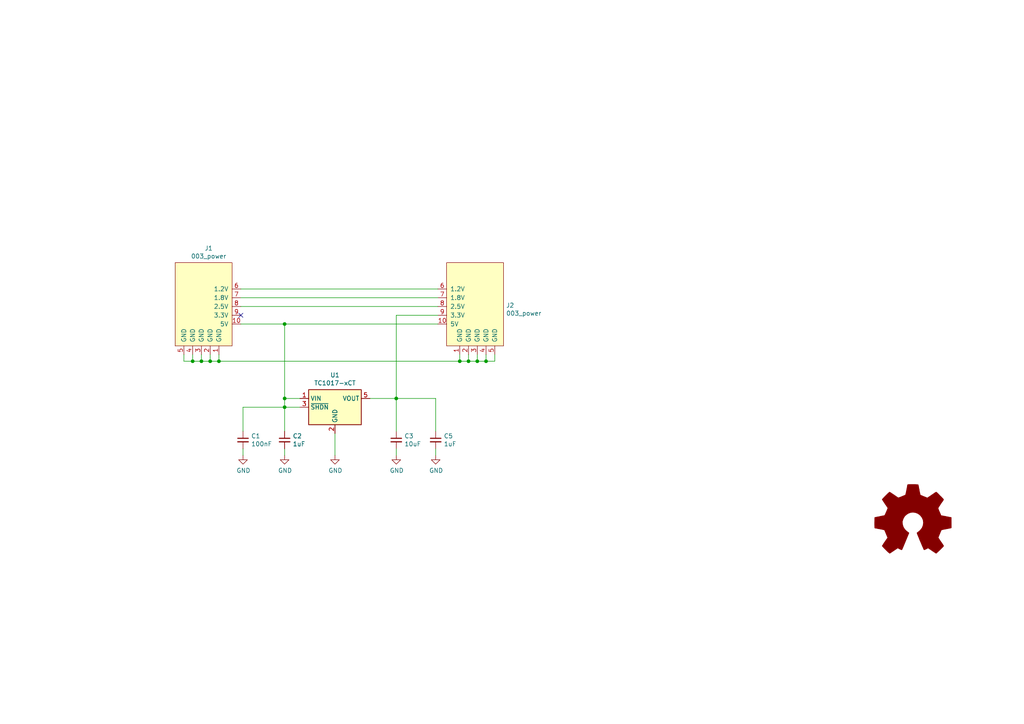
<source format=kicad_sch>
(kicad_sch (version 20211123) (generator eeschema)

  (uuid 29256b3d-9450-4c0a-a4d4-911f04b9c140)

  (paper "A4")

  (lib_symbols
    (symbol "Device:C_Small" (pin_numbers hide) (pin_names (offset 0.254) hide) (in_bom yes) (on_board yes)
      (property "Reference" "C" (id 0) (at 0.254 1.778 0)
        (effects (font (size 1.27 1.27)) (justify left))
      )
      (property "Value" "C_Small" (id 1) (at 0.254 -2.032 0)
        (effects (font (size 1.27 1.27)) (justify left))
      )
      (property "Footprint" "" (id 2) (at 0 0 0)
        (effects (font (size 1.27 1.27)) hide)
      )
      (property "Datasheet" "~" (id 3) (at 0 0 0)
        (effects (font (size 1.27 1.27)) hide)
      )
      (property "ki_keywords" "capacitor cap" (id 4) (at 0 0 0)
        (effects (font (size 1.27 1.27)) hide)
      )
      (property "ki_description" "Unpolarized capacitor, small symbol" (id 5) (at 0 0 0)
        (effects (font (size 1.27 1.27)) hide)
      )
      (property "ki_fp_filters" "C_*" (id 6) (at 0 0 0)
        (effects (font (size 1.27 1.27)) hide)
      )
      (symbol "C_Small_0_1"
        (polyline
          (pts
            (xy -1.524 -0.508)
            (xy 1.524 -0.508)
          )
          (stroke (width 0.3302) (type default) (color 0 0 0 0))
          (fill (type none))
        )
        (polyline
          (pts
            (xy -1.524 0.508)
            (xy 1.524 0.508)
          )
          (stroke (width 0.3048) (type default) (color 0 0 0 0))
          (fill (type none))
        )
      )
      (symbol "C_Small_1_1"
        (pin passive line (at 0 2.54 270) (length 2.032)
          (name "~" (effects (font (size 1.27 1.27))))
          (number "1" (effects (font (size 1.27 1.27))))
        )
        (pin passive line (at 0 -2.54 90) (length 2.032)
          (name "~" (effects (font (size 1.27 1.27))))
          (number "2" (effects (font (size 1.27 1.27))))
        )
      )
    )
    (symbol "Graphic:Logo_Open_Hardware_Large" (pin_names (offset 1.016)) (in_bom yes) (on_board yes)
      (property "Reference" "#LOGO" (id 0) (at 0 12.7 0)
        (effects (font (size 1.27 1.27)) hide)
      )
      (property "Value" "Logo_Open_Hardware_Large" (id 1) (at 0 -10.16 0)
        (effects (font (size 1.27 1.27)) hide)
      )
      (property "Footprint" "" (id 2) (at 0 0 0)
        (effects (font (size 1.27 1.27)) hide)
      )
      (property "Datasheet" "~" (id 3) (at 0 0 0)
        (effects (font (size 1.27 1.27)) hide)
      )
      (property "ki_keywords" "Logo" (id 4) (at 0 0 0)
        (effects (font (size 1.27 1.27)) hide)
      )
      (property "ki_description" "Open Hardware logo, large" (id 5) (at 0 0 0)
        (effects (font (size 1.27 1.27)) hide)
      )
      (symbol "Logo_Open_Hardware_Large_1_1"
        (polyline
          (pts
            (xy 6.731 -8.7122)
            (xy 6.6294 -8.6614)
            (xy 6.35 -8.4836)
            (xy 5.9944 -8.255)
            (xy 5.5372 -7.9502)
            (xy 5.1054 -7.6454)
            (xy 4.7498 -7.4168)
            (xy 4.4958 -7.239)
            (xy 4.3942 -7.1882)
            (xy 4.318 -7.2136)
            (xy 4.1148 -7.3152)
            (xy 3.81 -7.4676)
            (xy 3.6322 -7.5692)
            (xy 3.3528 -7.6708)
            (xy 3.2258 -7.6962)
            (xy 3.2004 -7.6708)
            (xy 3.0988 -7.4676)
            (xy 2.9464 -7.0866)
            (xy 2.7178 -6.604)
            (xy 2.4892 -6.0452)
            (xy 2.2352 -5.4356)
            (xy 1.9558 -4.826)
            (xy 1.7272 -4.2164)
            (xy 1.4986 -3.683)
            (xy 1.3208 -3.2512)
            (xy 1.2192 -2.9464)
            (xy 1.1684 -2.8194)
            (xy 1.1938 -2.794)
            (xy 1.3208 -2.667)
            (xy 1.5748 -2.4892)
            (xy 2.0828 -2.0574)
            (xy 2.6162 -1.397)
            (xy 2.921 -0.6604)
            (xy 3.048 0.1524)
            (xy 2.9464 0.9144)
            (xy 2.6416 1.6256)
            (xy 2.1336 2.286)
            (xy 1.524 2.7686)
            (xy 0.8128 3.0734)
            (xy 0 3.175)
            (xy -0.762 3.0988)
            (xy -1.4986 2.794)
            (xy -2.159 2.286)
            (xy -2.4384 1.9812)
            (xy -2.8194 1.3208)
            (xy -3.048 0.6096)
            (xy -3.0734 0.4318)
            (xy -3.0226 -0.3556)
            (xy -2.794 -1.0922)
            (xy -2.3876 -1.7526)
            (xy -1.8288 -2.3114)
            (xy -1.7526 -2.3622)
            (xy -1.4732 -2.5654)
            (xy -1.2954 -2.6924)
            (xy -1.1684 -2.8194)
            (xy -2.159 -5.207)
            (xy -2.3114 -5.588)
            (xy -2.5908 -6.2484)
            (xy -2.8194 -6.8072)
            (xy -3.0226 -7.2644)
            (xy -3.1496 -7.5692)
            (xy -3.2258 -7.6708)
            (xy -3.2258 -7.6962)
            (xy -3.302 -7.6962)
            (xy -3.4798 -7.6454)
            (xy -3.8354 -7.4676)
            (xy -4.0386 -7.366)
            (xy -4.2926 -7.239)
            (xy -4.4196 -7.1882)
            (xy -4.5212 -7.239)
            (xy -4.7498 -7.3914)
            (xy -5.1054 -7.6454)
            (xy -5.5372 -7.9248)
            (xy -5.9436 -8.2042)
            (xy -6.3246 -8.4582)
            (xy -6.604 -8.636)
            (xy -6.731 -8.7122)
            (xy -6.7564 -8.7122)
            (xy -6.858 -8.636)
            (xy -7.0866 -8.4582)
            (xy -7.4168 -8.1534)
            (xy -7.874 -7.6962)
            (xy -7.9502 -7.62)
            (xy -8.3312 -7.239)
            (xy -8.636 -6.9088)
            (xy -8.8392 -6.6802)
            (xy -8.9154 -6.5786)
            (xy -8.9154 -6.5786)
            (xy -8.8392 -6.4516)
            (xy -8.6614 -6.1722)
            (xy -8.4328 -5.7912)
            (xy -8.128 -5.3594)
            (xy -7.3152 -4.191)
            (xy -7.7724 -3.0988)
            (xy -7.8994 -2.7686)
            (xy -8.0772 -2.3622)
            (xy -8.2042 -2.0828)
            (xy -8.255 -1.9558)
            (xy -8.382 -1.905)
            (xy -8.6614 -1.8542)
            (xy -9.0932 -1.7526)
            (xy -9.6266 -1.651)
            (xy -10.1092 -1.5748)
            (xy -10.541 -1.4732)
            (xy -10.8712 -1.4224)
            (xy -11.0236 -1.397)
            (xy -11.049 -1.3716)
            (xy -11.0744 -1.2954)
            (xy -11.0998 -1.143)
            (xy -11.0998 -0.889)
            (xy -11.1252 -0.4572)
            (xy -11.1252 0.1524)
            (xy -11.1252 0.2286)
            (xy -11.0998 0.8128)
            (xy -11.0998 1.27)
            (xy -11.0744 1.5494)
            (xy -11.0744 1.6764)
            (xy -11.0744 1.6764)
            (xy -10.922 1.7018)
            (xy -10.6172 1.778)
            (xy -10.16 1.8542)
            (xy -9.652 1.9558)
            (xy -9.6012 1.9812)
            (xy -9.0932 2.0828)
            (xy -8.636 2.159)
            (xy -8.3312 2.2352)
            (xy -8.2042 2.286)
            (xy -8.1788 2.3114)
            (xy -8.0772 2.5146)
            (xy -7.9248 2.8448)
            (xy -7.747 3.2512)
            (xy -7.5692 3.6576)
            (xy -7.4168 4.0386)
            (xy -7.3152 4.318)
            (xy -7.2898 4.445)
            (xy -7.2898 4.445)
            (xy -7.366 4.572)
            (xy -7.5438 4.826)
            (xy -7.7978 5.207)
            (xy -8.128 5.6642)
            (xy -8.128 5.6896)
            (xy -8.4328 6.1468)
            (xy -8.6868 6.5278)
            (xy -8.8392 6.7818)
            (xy -8.9154 6.9088)
            (xy -8.9154 6.9088)
            (xy -8.8138 7.0358)
            (xy -8.5852 7.2898)
            (xy -8.255 7.6454)
            (xy -7.874 8.0264)
            (xy -7.747 8.1534)
            (xy -7.3152 8.5852)
            (xy -7.0104 8.8646)
            (xy -6.8326 8.9916)
            (xy -6.731 9.0424)
            (xy -6.731 9.0424)
            (xy -6.604 8.9408)
            (xy -6.3246 8.763)
            (xy -5.9436 8.509)
            (xy -5.4864 8.2042)
            (xy -5.461 8.1788)
            (xy -5.0038 7.874)
            (xy -4.6482 7.62)
            (xy -4.3688 7.4422)
            (xy -4.2672 7.3914)
            (xy -4.2418 7.3914)
            (xy -4.064 7.4422)
            (xy -3.7338 7.5438)
            (xy -3.3528 7.6962)
            (xy -2.9464 7.874)
            (xy -2.5654 8.0264)
            (xy -2.286 8.1534)
            (xy -2.159 8.2296)
            (xy -2.159 8.2296)
            (xy -2.1082 8.382)
            (xy -2.032 8.7122)
            (xy -1.9304 9.1694)
            (xy -1.8288 9.7282)
            (xy -1.8034 9.8044)
            (xy -1.7018 10.3378)
            (xy -1.6256 10.7696)
            (xy -1.5748 11.0744)
            (xy -1.524 11.2014)
            (xy -1.4478 11.2268)
            (xy -1.1938 11.2522)
            (xy -0.8128 11.2522)
            (xy -0.3302 11.2522)
            (xy 0.1524 11.2522)
            (xy 0.6604 11.2522)
            (xy 1.0668 11.2268)
            (xy 1.3716 11.2014)
            (xy 1.4986 11.176)
            (xy 1.4986 11.176)
            (xy 1.5494 11.0236)
            (xy 1.6256 10.6934)
            (xy 1.7018 10.2108)
            (xy 1.8288 9.6774)
            (xy 1.8288 9.5758)
            (xy 1.9304 9.0424)
            (xy 2.032 8.6106)
            (xy 2.0828 8.3058)
            (xy 2.1336 8.2042)
            (xy 2.159 8.1788)
            (xy 2.3876 8.0772)
            (xy 2.7432 7.9248)
            (xy 3.175 7.747)
            (xy 4.191 7.3406)
            (xy 5.461 8.2042)
            (xy 5.5626 8.2804)
            (xy 6.0198 8.5852)
            (xy 6.3754 8.8392)
            (xy 6.6294 8.9916)
            (xy 6.7564 9.0424)
            (xy 6.7564 9.0424)
            (xy 6.8834 8.9408)
            (xy 7.1374 8.7122)
            (xy 7.4676 8.382)
            (xy 7.8486 7.9756)
            (xy 8.1534 7.6962)
            (xy 8.4836 7.3406)
            (xy 8.7122 7.112)
            (xy 8.8392 6.9596)
            (xy 8.8646 6.858)
            (xy 8.8646 6.8072)
            (xy 8.7884 6.6802)
            (xy 8.6106 6.4008)
            (xy 8.3312 6.0198)
            (xy 8.0264 5.588)
            (xy 7.7978 5.207)
            (xy 7.5184 4.8006)
            (xy 7.3406 4.4958)
            (xy 7.2898 4.3434)
            (xy 7.2898 4.2926)
            (xy 7.3914 4.0386)
            (xy 7.5184 3.683)
            (xy 7.7216 3.2258)
            (xy 8.1534 2.2352)
            (xy 8.7884 2.1082)
            (xy 9.1948 2.0574)
            (xy 9.7536 1.9304)
            (xy 10.2616 1.8288)
            (xy 11.0998 1.6764)
            (xy 11.1252 -1.3208)
            (xy 10.9982 -1.3716)
            (xy 10.8712 -1.397)
            (xy 10.5664 -1.4732)
            (xy 10.1346 -1.5494)
            (xy 9.6266 -1.651)
            (xy 9.1948 -1.7272)
            (xy 8.7376 -1.8288)
            (xy 8.4328 -1.8796)
            (xy 8.2804 -1.905)
            (xy 8.255 -1.9558)
            (xy 8.1534 -2.159)
            (xy 7.9756 -2.5146)
            (xy 7.8232 -2.921)
            (xy 7.6454 -3.3274)
            (xy 7.493 -3.7338)
            (xy 7.366 -4.0132)
            (xy 7.3406 -4.191)
            (xy 7.3914 -4.2926)
            (xy 7.5692 -4.5466)
            (xy 7.7978 -4.9276)
            (xy 8.1026 -5.3594)
            (xy 8.4074 -5.7912)
            (xy 8.6614 -6.1722)
            (xy 8.8138 -6.4262)
            (xy 8.89 -6.5532)
            (xy 8.8646 -6.6548)
            (xy 8.6868 -6.858)
            (xy 8.3566 -7.1882)
            (xy 7.874 -7.6708)
            (xy 7.7978 -7.747)
            (xy 7.3914 -8.128)
            (xy 7.0612 -8.4328)
            (xy 6.8326 -8.636)
            (xy 6.731 -8.7122)
          )
          (stroke (width 0) (type default) (color 0 0 0 0))
          (fill (type outline))
        )
      )
    )
    (symbol "Regulator_Linear:TC1017-xCT" (in_bom yes) (on_board yes)
      (property "Reference" "U" (id 0) (at -6.35 6.35 0)
        (effects (font (size 1.27 1.27)) (justify left))
      )
      (property "Value" "TC1017-xCT" (id 1) (at 0 6.35 0)
        (effects (font (size 1.27 1.27)) (justify left))
      )
      (property "Footprint" "Package_TO_SOT_SMD:SOT-23-5" (id 2) (at -6.35 8.89 0)
        (effects (font (size 1.27 1.27) italic) (justify left) hide)
      )
      (property "Datasheet" "http://ww1.microchip.com/downloads/en/DeviceDoc/21813F.pdf" (id 3) (at 0 -2.54 0)
        (effects (font (size 1.27 1.27)) hide)
      )
      (property "ki_keywords" "LDO Linear Voltage Regulator" (id 4) (at 0 0 0)
        (effects (font (size 1.27 1.27)) hide)
      )
      (property "ki_description" "150mA, Tiny CMOS LDO With Shutdown, SOT-23-5" (id 5) (at 0 0 0)
        (effects (font (size 1.27 1.27)) hide)
      )
      (property "ki_fp_filters" "SOT?23*" (id 6) (at 0 0 0)
        (effects (font (size 1.27 1.27)) hide)
      )
      (symbol "TC1017-xCT_0_1"
        (rectangle (start -7.62 5.08) (end 7.62 -5.08)
          (stroke (width 0.254) (type default) (color 0 0 0 0))
          (fill (type background))
        )
      )
      (symbol "TC1017-xCT_1_1"
        (pin power_in line (at -10.16 2.54 0) (length 2.54)
          (name "VIN" (effects (font (size 1.27 1.27))))
          (number "1" (effects (font (size 1.27 1.27))))
        )
        (pin power_in line (at 0 -7.62 90) (length 2.54)
          (name "GND" (effects (font (size 1.27 1.27))))
          (number "2" (effects (font (size 1.27 1.27))))
        )
        (pin input line (at -10.16 0 0) (length 2.54)
          (name "~{SHDN}" (effects (font (size 1.27 1.27))))
          (number "3" (effects (font (size 1.27 1.27))))
        )
        (pin no_connect line (at 7.62 0 180) (length 2.54) hide
          (name "NC" (effects (font (size 1.27 1.27))))
          (number "4" (effects (font (size 1.27 1.27))))
        )
        (pin power_out line (at 10.16 2.54 180) (length 2.54)
          (name "VOUT" (effects (font (size 1.27 1.27))))
          (number "5" (effects (font (size 1.27 1.27))))
        )
      )
    )
    (symbol "power:GND" (power) (pin_names (offset 0)) (in_bom yes) (on_board yes)
      (property "Reference" "#PWR" (id 0) (at 0 -6.35 0)
        (effects (font (size 1.27 1.27)) hide)
      )
      (property "Value" "GND" (id 1) (at 0 -3.81 0)
        (effects (font (size 1.27 1.27)))
      )
      (property "Footprint" "" (id 2) (at 0 0 0)
        (effects (font (size 1.27 1.27)) hide)
      )
      (property "Datasheet" "" (id 3) (at 0 0 0)
        (effects (font (size 1.27 1.27)) hide)
      )
      (property "ki_keywords" "power-flag" (id 4) (at 0 0 0)
        (effects (font (size 1.27 1.27)) hide)
      )
      (property "ki_description" "Power symbol creates a global label with name \"GND\" , ground" (id 5) (at 0 0 0)
        (effects (font (size 1.27 1.27)) hide)
      )
      (symbol "GND_0_1"
        (polyline
          (pts
            (xy 0 0)
            (xy 0 -1.27)
            (xy 1.27 -1.27)
            (xy 0 -2.54)
            (xy -1.27 -1.27)
            (xy 0 -1.27)
          )
          (stroke (width 0) (type default) (color 0 0 0 0))
          (fill (type none))
        )
      )
      (symbol "GND_1_1"
        (pin power_in line (at 0 0 270) (length 0) hide
          (name "GND" (effects (font (size 1.27 1.27))))
          (number "1" (effects (font (size 1.27 1.27))))
        )
      )
    )
    (symbol "put_on_edge:003_power" (pin_names (offset 1.016)) (in_bom yes) (on_board yes)
      (property "Reference" "J" (id 0) (at -2.54 13.97 0)
        (effects (font (size 1.27 1.27)))
      )
      (property "Value" "003_power" (id 1) (at 8.89 13.97 0)
        (effects (font (size 1.27 1.27)))
      )
      (property "Footprint" "" (id 2) (at 7.62 16.51 0)
        (effects (font (size 1.27 1.27)) hide)
      )
      (property "Datasheet" "" (id 3) (at 7.62 16.51 0)
        (effects (font (size 1.27 1.27)) hide)
      )
      (symbol "003_power_0_1"
        (rectangle (start -8.89 12.7) (end 7.62 -11.43)
          (stroke (width 0) (type default) (color 0 0 0 0))
          (fill (type background))
        )
      )
      (symbol "003_power_1_1"
        (pin power_in line (at -5.08 -13.97 90) (length 2.54)
          (name "GND" (effects (font (size 1.27 1.27))))
          (number "1" (effects (font (size 1.27 1.27))))
        )
        (pin power_out line (at -11.43 -5.08 0) (length 2.54)
          (name "5V" (effects (font (size 1.27 1.27))))
          (number "10" (effects (font (size 1.27 1.27))))
        )
        (pin power_in line (at -2.54 -13.97 90) (length 2.54)
          (name "GND" (effects (font (size 1.27 1.27))))
          (number "2" (effects (font (size 1.27 1.27))))
        )
        (pin power_in line (at 0 -13.97 90) (length 2.54)
          (name "GND" (effects (font (size 1.27 1.27))))
          (number "3" (effects (font (size 1.27 1.27))))
        )
        (pin power_in line (at 2.54 -13.97 90) (length 2.54)
          (name "GND" (effects (font (size 1.27 1.27))))
          (number "4" (effects (font (size 1.27 1.27))))
        )
        (pin power_in line (at 5.08 -13.97 90) (length 2.54)
          (name "GND" (effects (font (size 1.27 1.27))))
          (number "5" (effects (font (size 1.27 1.27))))
        )
        (pin power_out line (at -11.43 5.08 0) (length 2.54)
          (name "1.2V" (effects (font (size 1.27 1.27))))
          (number "6" (effects (font (size 1.27 1.27))))
        )
        (pin power_out line (at -11.43 2.54 0) (length 2.54)
          (name "1.8V" (effects (font (size 1.27 1.27))))
          (number "7" (effects (font (size 1.27 1.27))))
        )
        (pin power_out line (at -11.43 0 0) (length 2.54)
          (name "2.5V" (effects (font (size 1.27 1.27))))
          (number "8" (effects (font (size 1.27 1.27))))
        )
        (pin power_out line (at -11.43 -2.54 0) (length 2.54)
          (name "3.3V" (effects (font (size 1.27 1.27))))
          (number "9" (effects (font (size 1.27 1.27))))
        )
      )
    )
  )

  (junction (at 82.55 93.98) (diameter 0) (color 0 0 0 0)
    (uuid 0f41a909-27c4-4be2-9d5e-9ae2108c8ff5)
  )
  (junction (at 60.96 104.775) (diameter 0) (color 0 0 0 0)
    (uuid 34871042-9d5c-4e29-abdd-a168368c3c22)
  )
  (junction (at 82.55 115.57) (diameter 0) (color 0 0 0 0)
    (uuid 38f2d955-ea7a-4a21-aba6-02ae23f1bd4a)
  )
  (junction (at 63.5 104.775) (diameter 0) (color 0 0 0 0)
    (uuid 4412226e-d975-40a2-921f-502ff4129a95)
  )
  (junction (at 135.89 104.775) (diameter 0) (color 0 0 0 0)
    (uuid 55992e35-fe7b-468a-9b7a-1e4dc931b904)
  )
  (junction (at 138.43 104.775) (diameter 0) (color 0 0 0 0)
    (uuid 5740c959-93d8-47fd-8f68-62f0109e753d)
  )
  (junction (at 114.935 115.57) (diameter 0) (color 0 0 0 0)
    (uuid 854dd5d4-5fd2-4730-bd49-a9cd8299a065)
  )
  (junction (at 82.55 118.11) (diameter 0) (color 0 0 0 0)
    (uuid 8d55e186-3e11-40e8-a65e-b36a8a00069e)
  )
  (junction (at 133.35 104.775) (diameter 0) (color 0 0 0 0)
    (uuid 9702d639-3b1f-4825-8985-b32b9008503d)
  )
  (junction (at 140.97 104.775) (diameter 0) (color 0 0 0 0)
    (uuid b60c50d1-225e-415c-8712-7acb5e3dc8ea)
  )
  (junction (at 58.42 104.775) (diameter 0) (color 0 0 0 0)
    (uuid c264c438-a475-4ad4-9915-0f1e6ecf3053)
  )
  (junction (at 55.88 104.775) (diameter 0) (color 0 0 0 0)
    (uuid e25ce415-914a-48fe-bf09-324317917b2e)
  )

  (no_connect (at 69.85 91.44) (uuid 0867287d-2e6a-4d69-a366-c29f88198f2b))

  (wire (pts (xy 70.485 118.11) (xy 82.55 118.11))
    (stroke (width 0) (type default) (color 0 0 0 0))
    (uuid 0a3cc030-c9dd-4d74-9d50-715ed2b361a2)
  )
  (wire (pts (xy 69.85 83.82) (xy 127 83.82))
    (stroke (width 0) (type default) (color 0 0 0 0))
    (uuid 0c30a4be-5679-499f-8c5b-5f3024f9d6cf)
  )
  (wire (pts (xy 133.35 104.775) (xy 135.89 104.775))
    (stroke (width 0) (type default) (color 0 0 0 0))
    (uuid 0d35483a-0b12-46cc-b9f2-896fd6831779)
  )
  (wire (pts (xy 82.55 125.095) (xy 82.55 118.11))
    (stroke (width 0) (type default) (color 0 0 0 0))
    (uuid 120a7b0f-ddfd-4447-85c1-35665465acdb)
  )
  (wire (pts (xy 114.935 132.08) (xy 114.935 130.175))
    (stroke (width 0) (type default) (color 0 0 0 0))
    (uuid 13475e15-f37c-4de8-857e-1722b0c39513)
  )
  (wire (pts (xy 70.485 132.08) (xy 70.485 130.175))
    (stroke (width 0) (type default) (color 0 0 0 0))
    (uuid 15875808-74d5-4210-b8ca-aa8fbc04ae21)
  )
  (wire (pts (xy 97.155 132.08) (xy 97.155 125.73))
    (stroke (width 0) (type default) (color 0 0 0 0))
    (uuid 1a2f72d1-0b36-4610-afc4-4ad1660d5d3b)
  )
  (wire (pts (xy 82.55 118.11) (xy 82.55 115.57))
    (stroke (width 0) (type default) (color 0 0 0 0))
    (uuid 1b54105e-6590-4d26-a763-ecfcf81eedc4)
  )
  (wire (pts (xy 114.935 125.095) (xy 114.935 115.57))
    (stroke (width 0) (type default) (color 0 0 0 0))
    (uuid 2732632c-4768-42b6-bf7f-14643424019e)
  )
  (wire (pts (xy 58.42 104.775) (xy 60.96 104.775))
    (stroke (width 0) (type default) (color 0 0 0 0))
    (uuid 2bf3f24b-fd30-41a7-a274-9b519491916b)
  )
  (wire (pts (xy 53.34 102.87) (xy 53.34 104.775))
    (stroke (width 0) (type default) (color 0 0 0 0))
    (uuid 2f3deced-880d-4075-a81b-95c62da5b94d)
  )
  (wire (pts (xy 86.995 115.57) (xy 82.55 115.57))
    (stroke (width 0) (type default) (color 0 0 0 0))
    (uuid 35354519-a28c-40c4-befd-0943e98dea53)
  )
  (wire (pts (xy 69.85 93.98) (xy 82.55 93.98))
    (stroke (width 0) (type default) (color 0 0 0 0))
    (uuid 3cfcbcc7-4f45-46ab-82a8-c414c7972161)
  )
  (wire (pts (xy 126.365 115.57) (xy 126.365 125.095))
    (stroke (width 0) (type default) (color 0 0 0 0))
    (uuid 46918595-4a45-48e8-84c0-961b4db7f35f)
  )
  (wire (pts (xy 55.88 102.87) (xy 55.88 104.775))
    (stroke (width 0) (type default) (color 0 0 0 0))
    (uuid 4831966c-bb32-4bc8-a400-0382a02ffa1c)
  )
  (wire (pts (xy 55.88 104.775) (xy 58.42 104.775))
    (stroke (width 0) (type default) (color 0 0 0 0))
    (uuid 4d4b0fcd-2c79-4fc3-b5fa-7a0741601344)
  )
  (wire (pts (xy 53.34 104.775) (xy 55.88 104.775))
    (stroke (width 0) (type default) (color 0 0 0 0))
    (uuid 4d609e7c-74c9-4ae9-a26d-946ff00c167d)
  )
  (wire (pts (xy 63.5 102.87) (xy 63.5 104.775))
    (stroke (width 0) (type default) (color 0 0 0 0))
    (uuid 4e66a44f-7fa6-4e16-bf9b-62ec864301a5)
  )
  (wire (pts (xy 60.96 102.87) (xy 60.96 104.775))
    (stroke (width 0) (type default) (color 0 0 0 0))
    (uuid 53c85970-3e21-4fae-a84f-721cfc0513b5)
  )
  (wire (pts (xy 82.55 132.08) (xy 82.55 130.175))
    (stroke (width 0) (type default) (color 0 0 0 0))
    (uuid 5b2b5c7d-f943-4634-9f0a-e9561705c49d)
  )
  (wire (pts (xy 82.55 93.98) (xy 127 93.98))
    (stroke (width 0) (type default) (color 0 0 0 0))
    (uuid 632acde9-b7fd-4f04-8cb4-d2cbb06b3595)
  )
  (wire (pts (xy 82.55 115.57) (xy 82.55 93.98))
    (stroke (width 0) (type default) (color 0 0 0 0))
    (uuid 6b25f522-8e2d-4cd8-9d5d-a2b80f60133b)
  )
  (wire (pts (xy 63.5 104.775) (xy 133.35 104.775))
    (stroke (width 0) (type default) (color 0 0 0 0))
    (uuid 7447a6e7-8205-46ba-afca-d0fa8f90c95a)
  )
  (wire (pts (xy 143.51 104.775) (xy 143.51 102.87))
    (stroke (width 0) (type default) (color 0 0 0 0))
    (uuid 786b6072-5772-4bc1-8eeb-6c4e19f2a91b)
  )
  (wire (pts (xy 140.97 104.775) (xy 143.51 104.775))
    (stroke (width 0) (type default) (color 0 0 0 0))
    (uuid 7e08f2a4-63d6-468b-bd8b-ec607077e023)
  )
  (wire (pts (xy 140.97 102.87) (xy 140.97 104.775))
    (stroke (width 0) (type default) (color 0 0 0 0))
    (uuid 9a9f2d82-f64d-4264-8bec-c182528fc4de)
  )
  (wire (pts (xy 114.935 115.57) (xy 126.365 115.57))
    (stroke (width 0) (type default) (color 0 0 0 0))
    (uuid 9ccf03e8-755a-4cd9-96fc-30e1d08fa253)
  )
  (wire (pts (xy 114.935 91.44) (xy 127 91.44))
    (stroke (width 0) (type default) (color 0 0 0 0))
    (uuid 9dab0cb7-2557-4419-963b-5ae736517f62)
  )
  (wire (pts (xy 135.89 104.775) (xy 138.43 104.775))
    (stroke (width 0) (type default) (color 0 0 0 0))
    (uuid a06e8e78-f567-42e6-b645-013b1073ca31)
  )
  (wire (pts (xy 69.85 88.9) (xy 127 88.9))
    (stroke (width 0) (type default) (color 0 0 0 0))
    (uuid a501555e-bbc7-4b58-ad89-28a0cd3dd6d0)
  )
  (wire (pts (xy 126.365 132.08) (xy 126.365 130.175))
    (stroke (width 0) (type default) (color 0 0 0 0))
    (uuid a795f1ba-cdd5-4cc5-9a52-08586e982934)
  )
  (wire (pts (xy 58.42 102.87) (xy 58.42 104.775))
    (stroke (width 0) (type default) (color 0 0 0 0))
    (uuid a9ec539a-d80d-40cc-803c-12b6adefe42a)
  )
  (wire (pts (xy 86.995 118.11) (xy 82.55 118.11))
    (stroke (width 0) (type default) (color 0 0 0 0))
    (uuid afd3dbad-e7a8-4e4c-b77c-4065a69aefa2)
  )
  (wire (pts (xy 138.43 102.87) (xy 138.43 104.775))
    (stroke (width 0) (type default) (color 0 0 0 0))
    (uuid b6bcc3cf-50de-4a33-bc41-678825c1ecf2)
  )
  (wire (pts (xy 138.43 104.775) (xy 140.97 104.775))
    (stroke (width 0) (type default) (color 0 0 0 0))
    (uuid c3c93de0-69b1-4a04-8e0b-d78caf487c63)
  )
  (wire (pts (xy 107.315 115.57) (xy 114.935 115.57))
    (stroke (width 0) (type default) (color 0 0 0 0))
    (uuid dabe541b-b164-4180-97a4-5ca761b86800)
  )
  (wire (pts (xy 69.85 86.36) (xy 127 86.36))
    (stroke (width 0) (type default) (color 0 0 0 0))
    (uuid db83d0af-e085-4050-8496-fa2ebdecbd62)
  )
  (wire (pts (xy 70.485 125.095) (xy 70.485 118.11))
    (stroke (width 0) (type default) (color 0 0 0 0))
    (uuid dd00c2e1-6027-4717-b312-4fab3ee52002)
  )
  (wire (pts (xy 114.935 115.57) (xy 114.935 91.44))
    (stroke (width 0) (type default) (color 0 0 0 0))
    (uuid e12e827e-36be-4503-8eef-6fc7e8bc5d49)
  )
  (wire (pts (xy 133.35 102.87) (xy 133.35 104.775))
    (stroke (width 0) (type default) (color 0 0 0 0))
    (uuid ec9e24d8-d1c5-40e2-9812-dc315d05f470)
  )
  (wire (pts (xy 60.96 104.775) (xy 63.5 104.775))
    (stroke (width 0) (type default) (color 0 0 0 0))
    (uuid ef1b4b98-541b-4673-a04f-2043250fc40a)
  )
  (wire (pts (xy 135.89 102.87) (xy 135.89 104.775))
    (stroke (width 0) (type default) (color 0 0 0 0))
    (uuid f9865a9f-edb8-49c7-828f-4896e1f3047a)
  )

  (symbol (lib_id "put_on_edge:003_power") (at 138.43 88.9 0) (unit 1)
    (in_bom yes) (on_board yes)
    (uuid 00000000-0000-0000-0000-000060bc21c1)
    (property "Reference" "J2" (id 0) (at 146.7612 88.5698 0)
      (effects (font (size 1.27 1.27)) (justify left))
    )
    (property "Value" "003_power" (id 1) (at 146.7612 90.8812 0)
      (effects (font (size 1.27 1.27)) (justify left))
    )
    (property "Footprint" "on_edge:on_edge_2x05_host" (id 2) (at 146.05 72.39 0)
      (effects (font (size 1.27 1.27)) hide)
    )
    (property "Datasheet" "" (id 3) (at 146.05 72.39 0)
      (effects (font (size 1.27 1.27)) hide)
    )
    (pin "1" (uuid e800fb1d-6143-439e-a0d9-a6ba840a8e2d))
    (pin "10" (uuid 322a2dfa-4938-4267-a7f7-7098a4dbd93f))
    (pin "2" (uuid 0e4c4ff0-d748-4ce6-80a7-2deadf957d29))
    (pin "3" (uuid edeb954c-220d-42dd-8e22-39be1a429e59))
    (pin "4" (uuid 197d9c32-0920-4e78-bafa-321bc2af3aad))
    (pin "5" (uuid f405844c-cb44-43f8-9845-e7c30547758a))
    (pin "6" (uuid 261f758b-404a-4c00-80a2-6d617577dd9b))
    (pin "7" (uuid 3e154e65-48d5-4dbe-878e-94f42168da4b))
    (pin "8" (uuid 9f1039fd-6e02-4e64-85e8-bb20454df960))
    (pin "9" (uuid a4f71915-ab30-4c96-a16f-c036b3635abd))
  )

  (symbol (lib_id "put_on_edge:003_power") (at 58.42 88.9 0) (mirror y) (unit 1)
    (in_bom yes) (on_board yes)
    (uuid 00000000-0000-0000-0000-000060bc2b51)
    (property "Reference" "J1" (id 0) (at 60.5282 72.009 0))
    (property "Value" "003_power" (id 1) (at 60.5282 74.3204 0))
    (property "Footprint" "on_edge:on_edge_2x05_device" (id 2) (at 50.8 72.39 0)
      (effects (font (size 1.27 1.27)) hide)
    )
    (property "Datasheet" "" (id 3) (at 50.8 72.39 0)
      (effects (font (size 1.27 1.27)) hide)
    )
    (pin "1" (uuid 32d6dfe9-a00c-4d10-ae6b-0a0c935934c8))
    (pin "10" (uuid 471e302f-4d60-4ffb-bee5-f7a14700d5f9))
    (pin "2" (uuid a2dccf37-d8ca-4bc0-8467-5606de7a8b17))
    (pin "3" (uuid cdcd54f1-9f7e-4e4c-be08-1b33ca62b874))
    (pin "4" (uuid 3c0d1a7b-03e7-477c-9f45-c73ea64bdb94))
    (pin "5" (uuid 9e003579-9c43-4524-82e3-1a49f8f7934b))
    (pin "6" (uuid a84c8049-fa95-4b88-af77-2ff0fe163595))
    (pin "7" (uuid d58e6edc-9621-4b64-bc5b-89d631626050))
    (pin "8" (uuid c5fb94cf-1bb4-4a3e-b2f6-b23f9b2dafe1))
    (pin "9" (uuid 4cecd05b-59e5-477d-b3af-29b306610885))
  )

  (symbol (lib_id "Regulator_Linear:TC1017-xCT") (at 97.155 118.11 0) (unit 1)
    (in_bom yes) (on_board yes)
    (uuid 00000000-0000-0000-0000-000060bc600f)
    (property "Reference" "U1" (id 0) (at 97.155 108.7882 0))
    (property "Value" "TC1017-xCT" (id 1) (at 97.155 111.0996 0))
    (property "Footprint" "Package_TO_SOT_SMD:SOT-23-5" (id 2) (at 90.805 109.22 0)
      (effects (font (size 1.27 1.27) italic) (justify left) hide)
    )
    (property "Datasheet" "http://ww1.microchip.com/downloads/en/DeviceDoc/21813F.pdf" (id 3) (at 97.155 120.65 0)
      (effects (font (size 1.27 1.27)) hide)
    )
    (pin "1" (uuid 798d4e7d-d322-4d6f-91c1-b491ad53ec52))
    (pin "2" (uuid 703ef1f4-76c9-43bd-8eca-aff0ebfc70a3))
    (pin "3" (uuid eebf5403-86a2-4743-9513-948b7e2957f2))
    (pin "4" (uuid 5e5aee30-665f-446c-875b-6f7ca29555b0))
    (pin "5" (uuid 0c975a05-a9c3-4ed4-a6ad-45ab3972e4e8))
  )

  (symbol (lib_id "Device:C_Small") (at 82.55 127.635 0) (unit 1)
    (in_bom yes) (on_board yes)
    (uuid 00000000-0000-0000-0000-000060bc7848)
    (property "Reference" "C2" (id 0) (at 84.8868 126.4666 0)
      (effects (font (size 1.27 1.27)) (justify left))
    )
    (property "Value" "1uF" (id 1) (at 84.8868 128.778 0)
      (effects (font (size 1.27 1.27)) (justify left))
    )
    (property "Footprint" "Capacitor_SMD:C_0603_1608Metric" (id 2) (at 82.55 127.635 0)
      (effects (font (size 1.27 1.27)) hide)
    )
    (property "Datasheet" "~" (id 3) (at 82.55 127.635 0)
      (effects (font (size 1.27 1.27)) hide)
    )
    (pin "1" (uuid 2d8f35c5-be04-49d8-8e1b-6c5933cbad8c))
    (pin "2" (uuid ed0ea35c-03b4-4f01-846a-e263b09aea3f))
  )

  (symbol (lib_id "Device:C_Small") (at 114.935 127.635 0) (unit 1)
    (in_bom yes) (on_board yes)
    (uuid 00000000-0000-0000-0000-000060bc7e7f)
    (property "Reference" "C3" (id 0) (at 117.2718 126.4666 0)
      (effects (font (size 1.27 1.27)) (justify left))
    )
    (property "Value" "10uF" (id 1) (at 117.2718 128.778 0)
      (effects (font (size 1.27 1.27)) (justify left))
    )
    (property "Footprint" "Capacitor_SMD:C_0603_1608Metric" (id 2) (at 114.935 127.635 0)
      (effects (font (size 1.27 1.27)) hide)
    )
    (property "Datasheet" "~" (id 3) (at 114.935 127.635 0)
      (effects (font (size 1.27 1.27)) hide)
    )
    (pin "1" (uuid 09776e58-f137-4452-b7d9-78f884e2f992))
    (pin "2" (uuid 7ab5f90e-5a66-4f43-a331-852a4e9d14bf))
  )

  (symbol (lib_id "power:GND") (at 97.155 132.08 0) (unit 1)
    (in_bom yes) (on_board yes)
    (uuid 00000000-0000-0000-0000-000060bc8866)
    (property "Reference" "#PWR0101" (id 0) (at 97.155 138.43 0)
      (effects (font (size 1.27 1.27)) hide)
    )
    (property "Value" "GND" (id 1) (at 97.282 136.4742 0))
    (property "Footprint" "" (id 2) (at 97.155 132.08 0)
      (effects (font (size 1.27 1.27)) hide)
    )
    (property "Datasheet" "" (id 3) (at 97.155 132.08 0)
      (effects (font (size 1.27 1.27)) hide)
    )
    (pin "1" (uuid 9582eb02-eda2-4b14-96da-b2971e83bbd5))
  )

  (symbol (lib_id "power:GND") (at 114.935 132.08 0) (unit 1)
    (in_bom yes) (on_board yes)
    (uuid 00000000-0000-0000-0000-000060bc91d5)
    (property "Reference" "#PWR0102" (id 0) (at 114.935 138.43 0)
      (effects (font (size 1.27 1.27)) hide)
    )
    (property "Value" "GND" (id 1) (at 115.062 136.4742 0))
    (property "Footprint" "" (id 2) (at 114.935 132.08 0)
      (effects (font (size 1.27 1.27)) hide)
    )
    (property "Datasheet" "" (id 3) (at 114.935 132.08 0)
      (effects (font (size 1.27 1.27)) hide)
    )
    (pin "1" (uuid db103cf7-439f-4b81-8d9b-9197e72fc5c5))
  )

  (symbol (lib_id "power:GND") (at 82.55 132.08 0) (unit 1)
    (in_bom yes) (on_board yes)
    (uuid 00000000-0000-0000-0000-000060bca536)
    (property "Reference" "#PWR0103" (id 0) (at 82.55 138.43 0)
      (effects (font (size 1.27 1.27)) hide)
    )
    (property "Value" "GND" (id 1) (at 82.677 136.4742 0))
    (property "Footprint" "" (id 2) (at 82.55 132.08 0)
      (effects (font (size 1.27 1.27)) hide)
    )
    (property "Datasheet" "" (id 3) (at 82.55 132.08 0)
      (effects (font (size 1.27 1.27)) hide)
    )
    (pin "1" (uuid 381db3de-9db5-4a36-9785-076dfa49c297))
  )

  (symbol (lib_id "Device:C_Small") (at 70.485 127.635 0) (unit 1)
    (in_bom yes) (on_board yes)
    (uuid 00000000-0000-0000-0000-000060bcbacc)
    (property "Reference" "C1" (id 0) (at 72.8218 126.4666 0)
      (effects (font (size 1.27 1.27)) (justify left))
    )
    (property "Value" "100nF" (id 1) (at 72.8218 128.778 0)
      (effects (font (size 1.27 1.27)) (justify left))
    )
    (property "Footprint" "Capacitor_SMD:C_0603_1608Metric" (id 2) (at 70.485 127.635 0)
      (effects (font (size 1.27 1.27)) hide)
    )
    (property "Datasheet" "~" (id 3) (at 70.485 127.635 0)
      (effects (font (size 1.27 1.27)) hide)
    )
    (pin "1" (uuid e31500c6-2aec-4c71-86fb-509b47280f17))
    (pin "2" (uuid 1eb033e9-bf05-4256-8066-3c9cdb3e5c1c))
  )

  (symbol (lib_id "power:GND") (at 70.485 132.08 0) (unit 1)
    (in_bom yes) (on_board yes)
    (uuid 00000000-0000-0000-0000-000060bcbad2)
    (property "Reference" "#PWR0104" (id 0) (at 70.485 138.43 0)
      (effects (font (size 1.27 1.27)) hide)
    )
    (property "Value" "GND" (id 1) (at 70.612 136.4742 0))
    (property "Footprint" "" (id 2) (at 70.485 132.08 0)
      (effects (font (size 1.27 1.27)) hide)
    )
    (property "Datasheet" "" (id 3) (at 70.485 132.08 0)
      (effects (font (size 1.27 1.27)) hide)
    )
    (pin "1" (uuid 6138e41a-b10c-4447-b39e-3d6438c8fd15))
  )

  (symbol (lib_id "Device:C_Small") (at 126.365 127.635 0) (unit 1)
    (in_bom yes) (on_board yes)
    (uuid 00000000-0000-0000-0000-000060bcd992)
    (property "Reference" "C5" (id 0) (at 128.7018 126.4666 0)
      (effects (font (size 1.27 1.27)) (justify left))
    )
    (property "Value" "1uF" (id 1) (at 128.7018 128.778 0)
      (effects (font (size 1.27 1.27)) (justify left))
    )
    (property "Footprint" "Capacitor_SMD:C_0603_1608Metric" (id 2) (at 126.365 127.635 0)
      (effects (font (size 1.27 1.27)) hide)
    )
    (property "Datasheet" "~" (id 3) (at 126.365 127.635 0)
      (effects (font (size 1.27 1.27)) hide)
    )
    (pin "1" (uuid 6429b8c8-7e66-4150-bc2e-1bbdf6d519b1))
    (pin "2" (uuid 73403bb6-b438-450c-8e89-b5ff8aa05ba1))
  )

  (symbol (lib_id "power:GND") (at 126.365 132.08 0) (unit 1)
    (in_bom yes) (on_board yes)
    (uuid 00000000-0000-0000-0000-000060bcd998)
    (property "Reference" "#PWR0105" (id 0) (at 126.365 138.43 0)
      (effects (font (size 1.27 1.27)) hide)
    )
    (property "Value" "GND" (id 1) (at 126.492 136.4742 0))
    (property "Footprint" "" (id 2) (at 126.365 132.08 0)
      (effects (font (size 1.27 1.27)) hide)
    )
    (property "Datasheet" "" (id 3) (at 126.365 132.08 0)
      (effects (font (size 1.27 1.27)) hide)
    )
    (pin "1" (uuid 4bc9c615-8575-4120-90cb-2e2292c5ddff))
  )

  (symbol (lib_id "Graphic:Logo_Open_Hardware_Large") (at 264.795 151.765 0) (unit 1)
    (in_bom yes) (on_board yes)
    (uuid 00000000-0000-0000-0000-000060bd71e9)
    (property "Reference" "l1" (id 0) (at 264.795 139.065 0)
      (effects (font (size 1.27 1.27)) hide)
    )
    (property "Value" "Logo_Open_Hardware_Larg" (id 1) (at 264.795 161.925 0)
      (effects (font (size 1.27 1.27)) hide)
    )
    (property "Footprint" "Symbol:OSHW-Logo2_7.3x6mm_SilkScreen" (id 2) (at 264.795 151.765 0)
      (effects (font (size 1.27 1.27)) hide)
    )
    (property "Datasheet" "~" (id 3) (at 264.795 151.765 0)
      (effects (font (size 1.27 1.27)) hide)
    )
  )

  (sheet_instances
    (path "/" (page "1"))
  )

  (symbol_instances
    (path "/00000000-0000-0000-0000-000060bc8866"
      (reference "#PWR0101") (unit 1) (value "GND") (footprint "")
    )
    (path "/00000000-0000-0000-0000-000060bc91d5"
      (reference "#PWR0102") (unit 1) (value "GND") (footprint "")
    )
    (path "/00000000-0000-0000-0000-000060bca536"
      (reference "#PWR0103") (unit 1) (value "GND") (footprint "")
    )
    (path "/00000000-0000-0000-0000-000060bcbad2"
      (reference "#PWR0104") (unit 1) (value "GND") (footprint "")
    )
    (path "/00000000-0000-0000-0000-000060bcd998"
      (reference "#PWR0105") (unit 1) (value "GND") (footprint "")
    )
    (path "/00000000-0000-0000-0000-000060bcbacc"
      (reference "C1") (unit 1) (value "100nF") (footprint "Capacitor_SMD:C_0603_1608Metric")
    )
    (path "/00000000-0000-0000-0000-000060bc7848"
      (reference "C2") (unit 1) (value "1uF") (footprint "Capacitor_SMD:C_0603_1608Metric")
    )
    (path "/00000000-0000-0000-0000-000060bc7e7f"
      (reference "C3") (unit 1) (value "10uF") (footprint "Capacitor_SMD:C_0603_1608Metric")
    )
    (path "/00000000-0000-0000-0000-000060bcd992"
      (reference "C5") (unit 1) (value "1uF") (footprint "Capacitor_SMD:C_0603_1608Metric")
    )
    (path "/00000000-0000-0000-0000-000060bc2b51"
      (reference "J1") (unit 1) (value "003_power") (footprint "on_edge:on_edge_2x05_device")
    )
    (path "/00000000-0000-0000-0000-000060bc21c1"
      (reference "J2") (unit 1) (value "003_power") (footprint "on_edge:on_edge_2x05_host")
    )
    (path "/00000000-0000-0000-0000-000060bc600f"
      (reference "U1") (unit 1) (value "TC1017-xCT") (footprint "Package_TO_SOT_SMD:SOT-23-5")
    )
    (path "/00000000-0000-0000-0000-000060bd71e9"
      (reference "l1") (unit 1) (value "Logo_Open_Hardware_Larg") (footprint "Symbol:OSHW-Logo2_7.3x6mm_SilkScreen")
    )
  )
)

</source>
